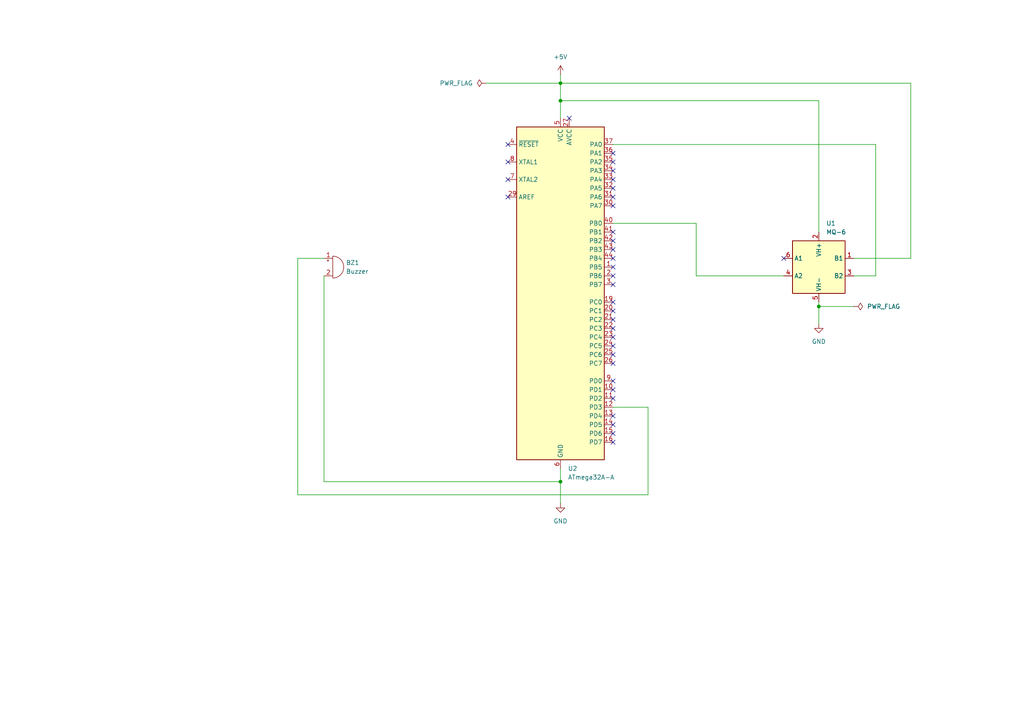
<source format=kicad_sch>
(kicad_sch
	(version 20250114)
	(generator "eeschema")
	(generator_version "9.0")
	(uuid "229c6be0-1cbe-4f78-8f5f-d31429f2cc5e")
	(paper "A4")
	(lib_symbols
		(symbol "Device:Buzzer"
			(pin_names
				(offset 0.0254)
				(hide yes)
			)
			(exclude_from_sim no)
			(in_bom yes)
			(on_board yes)
			(property "Reference" "BZ"
				(at 3.81 1.27 0)
				(effects
					(font
						(size 1.27 1.27)
					)
					(justify left)
				)
			)
			(property "Value" "Buzzer"
				(at 3.81 -1.27 0)
				(effects
					(font
						(size 1.27 1.27)
					)
					(justify left)
				)
			)
			(property "Footprint" ""
				(at -0.635 2.54 90)
				(effects
					(font
						(size 1.27 1.27)
					)
					(hide yes)
				)
			)
			(property "Datasheet" "~"
				(at -0.635 2.54 90)
				(effects
					(font
						(size 1.27 1.27)
					)
					(hide yes)
				)
			)
			(property "Description" "Buzzer, polarized"
				(at 0 0 0)
				(effects
					(font
						(size 1.27 1.27)
					)
					(hide yes)
				)
			)
			(property "ki_keywords" "quartz resonator ceramic"
				(at 0 0 0)
				(effects
					(font
						(size 1.27 1.27)
					)
					(hide yes)
				)
			)
			(property "ki_fp_filters" "*Buzzer*"
				(at 0 0 0)
				(effects
					(font
						(size 1.27 1.27)
					)
					(hide yes)
				)
			)
			(symbol "Buzzer_0_1"
				(polyline
					(pts
						(xy -1.651 1.905) (xy -1.143 1.905)
					)
					(stroke
						(width 0)
						(type default)
					)
					(fill
						(type none)
					)
				)
				(polyline
					(pts
						(xy -1.397 2.159) (xy -1.397 1.651)
					)
					(stroke
						(width 0)
						(type default)
					)
					(fill
						(type none)
					)
				)
				(arc
					(start 0 3.175)
					(mid 3.1612 0)
					(end 0 -3.175)
					(stroke
						(width 0)
						(type default)
					)
					(fill
						(type none)
					)
				)
				(polyline
					(pts
						(xy 0 3.175) (xy 0 -3.175)
					)
					(stroke
						(width 0)
						(type default)
					)
					(fill
						(type none)
					)
				)
			)
			(symbol "Buzzer_1_1"
				(pin passive line
					(at -2.54 2.54 0)
					(length 2.54)
					(name "+"
						(effects
							(font
								(size 1.27 1.27)
							)
						)
					)
					(number "1"
						(effects
							(font
								(size 1.27 1.27)
							)
						)
					)
				)
				(pin passive line
					(at -2.54 -2.54 0)
					(length 2.54)
					(name "-"
						(effects
							(font
								(size 1.27 1.27)
							)
						)
					)
					(number "2"
						(effects
							(font
								(size 1.27 1.27)
							)
						)
					)
				)
			)
			(embedded_fonts no)
		)
		(symbol "MCU_Microchip_ATmega:ATmega32A-A"
			(exclude_from_sim no)
			(in_bom yes)
			(on_board yes)
			(property "Reference" "U"
				(at -12.7 49.53 0)
				(effects
					(font
						(size 1.27 1.27)
					)
					(justify left bottom)
				)
			)
			(property "Value" "ATmega32A-A"
				(at 2.54 -49.53 0)
				(effects
					(font
						(size 1.27 1.27)
					)
					(justify left top)
				)
			)
			(property "Footprint" "Package_QFP:TQFP-44_10x10mm_P0.8mm"
				(at 0 0 0)
				(effects
					(font
						(size 1.27 1.27)
						(italic yes)
					)
					(hide yes)
				)
			)
			(property "Datasheet" "http://ww1.microchip.com/downloads/en/DeviceDoc/atmel-8155-8-bit-microcontroller-avr-atmega32a_datasheet.pdf"
				(at 0 0 0)
				(effects
					(font
						(size 1.27 1.27)
					)
					(hide yes)
				)
			)
			(property "Description" "16MHz, 32kB Flash, 2kB SRAM, 1kB EEPROM, JTAG, TQFP-44"
				(at 0 0 0)
				(effects
					(font
						(size 1.27 1.27)
					)
					(hide yes)
				)
			)
			(property "ki_keywords" "AVR 8bit Microcontroller MegaAVR"
				(at 0 0 0)
				(effects
					(font
						(size 1.27 1.27)
					)
					(hide yes)
				)
			)
			(property "ki_fp_filters" "TQFP*10x10mm*P0.8mm*"
				(at 0 0 0)
				(effects
					(font
						(size 1.27 1.27)
					)
					(hide yes)
				)
			)
			(symbol "ATmega32A-A_0_1"
				(rectangle
					(start -12.7 -48.26)
					(end 12.7 48.26)
					(stroke
						(width 0.254)
						(type default)
					)
					(fill
						(type background)
					)
				)
			)
			(symbol "ATmega32A-A_1_1"
				(pin input line
					(at -15.24 43.18 0)
					(length 2.54)
					(name "~{RESET}"
						(effects
							(font
								(size 1.27 1.27)
							)
						)
					)
					(number "4"
						(effects
							(font
								(size 1.27 1.27)
							)
						)
					)
				)
				(pin input line
					(at -15.24 38.1 0)
					(length 2.54)
					(name "XTAL1"
						(effects
							(font
								(size 1.27 1.27)
							)
						)
					)
					(number "8"
						(effects
							(font
								(size 1.27 1.27)
							)
						)
					)
				)
				(pin output line
					(at -15.24 33.02 0)
					(length 2.54)
					(name "XTAL2"
						(effects
							(font
								(size 1.27 1.27)
							)
						)
					)
					(number "7"
						(effects
							(font
								(size 1.27 1.27)
							)
						)
					)
				)
				(pin passive line
					(at -15.24 27.94 0)
					(length 2.54)
					(name "AREF"
						(effects
							(font
								(size 1.27 1.27)
							)
						)
					)
					(number "29"
						(effects
							(font
								(size 1.27 1.27)
							)
						)
					)
				)
				(pin passive line
					(at 0 50.8 270)
					(length 2.54)
					(hide yes)
					(name "VCC"
						(effects
							(font
								(size 1.27 1.27)
							)
						)
					)
					(number "17"
						(effects
							(font
								(size 1.27 1.27)
							)
						)
					)
				)
				(pin passive line
					(at 0 50.8 270)
					(length 2.54)
					(hide yes)
					(name "VCC"
						(effects
							(font
								(size 1.27 1.27)
							)
						)
					)
					(number "38"
						(effects
							(font
								(size 1.27 1.27)
							)
						)
					)
				)
				(pin power_in line
					(at 0 50.8 270)
					(length 2.54)
					(name "VCC"
						(effects
							(font
								(size 1.27 1.27)
							)
						)
					)
					(number "5"
						(effects
							(font
								(size 1.27 1.27)
							)
						)
					)
				)
				(pin passive line
					(at 0 -50.8 90)
					(length 2.54)
					(hide yes)
					(name "GND"
						(effects
							(font
								(size 1.27 1.27)
							)
						)
					)
					(number "18"
						(effects
							(font
								(size 1.27 1.27)
							)
						)
					)
				)
				(pin passive line
					(at 0 -50.8 90)
					(length 2.54)
					(hide yes)
					(name "GND"
						(effects
							(font
								(size 1.27 1.27)
							)
						)
					)
					(number "28"
						(effects
							(font
								(size 1.27 1.27)
							)
						)
					)
				)
				(pin passive line
					(at 0 -50.8 90)
					(length 2.54)
					(hide yes)
					(name "GND"
						(effects
							(font
								(size 1.27 1.27)
							)
						)
					)
					(number "39"
						(effects
							(font
								(size 1.27 1.27)
							)
						)
					)
				)
				(pin power_in line
					(at 0 -50.8 90)
					(length 2.54)
					(name "GND"
						(effects
							(font
								(size 1.27 1.27)
							)
						)
					)
					(number "6"
						(effects
							(font
								(size 1.27 1.27)
							)
						)
					)
				)
				(pin power_in line
					(at 2.54 50.8 270)
					(length 2.54)
					(name "AVCC"
						(effects
							(font
								(size 1.27 1.27)
							)
						)
					)
					(number "27"
						(effects
							(font
								(size 1.27 1.27)
							)
						)
					)
				)
				(pin bidirectional line
					(at 15.24 43.18 180)
					(length 2.54)
					(name "PA0"
						(effects
							(font
								(size 1.27 1.27)
							)
						)
					)
					(number "37"
						(effects
							(font
								(size 1.27 1.27)
							)
						)
					)
				)
				(pin bidirectional line
					(at 15.24 40.64 180)
					(length 2.54)
					(name "PA1"
						(effects
							(font
								(size 1.27 1.27)
							)
						)
					)
					(number "36"
						(effects
							(font
								(size 1.27 1.27)
							)
						)
					)
				)
				(pin bidirectional line
					(at 15.24 38.1 180)
					(length 2.54)
					(name "PA2"
						(effects
							(font
								(size 1.27 1.27)
							)
						)
					)
					(number "35"
						(effects
							(font
								(size 1.27 1.27)
							)
						)
					)
				)
				(pin bidirectional line
					(at 15.24 35.56 180)
					(length 2.54)
					(name "PA3"
						(effects
							(font
								(size 1.27 1.27)
							)
						)
					)
					(number "34"
						(effects
							(font
								(size 1.27 1.27)
							)
						)
					)
				)
				(pin bidirectional line
					(at 15.24 33.02 180)
					(length 2.54)
					(name "PA4"
						(effects
							(font
								(size 1.27 1.27)
							)
						)
					)
					(number "33"
						(effects
							(font
								(size 1.27 1.27)
							)
						)
					)
				)
				(pin bidirectional line
					(at 15.24 30.48 180)
					(length 2.54)
					(name "PA5"
						(effects
							(font
								(size 1.27 1.27)
							)
						)
					)
					(number "32"
						(effects
							(font
								(size 1.27 1.27)
							)
						)
					)
				)
				(pin bidirectional line
					(at 15.24 27.94 180)
					(length 2.54)
					(name "PA6"
						(effects
							(font
								(size 1.27 1.27)
							)
						)
					)
					(number "31"
						(effects
							(font
								(size 1.27 1.27)
							)
						)
					)
				)
				(pin bidirectional line
					(at 15.24 25.4 180)
					(length 2.54)
					(name "PA7"
						(effects
							(font
								(size 1.27 1.27)
							)
						)
					)
					(number "30"
						(effects
							(font
								(size 1.27 1.27)
							)
						)
					)
				)
				(pin bidirectional line
					(at 15.24 20.32 180)
					(length 2.54)
					(name "PB0"
						(effects
							(font
								(size 1.27 1.27)
							)
						)
					)
					(number "40"
						(effects
							(font
								(size 1.27 1.27)
							)
						)
					)
				)
				(pin bidirectional line
					(at 15.24 17.78 180)
					(length 2.54)
					(name "PB1"
						(effects
							(font
								(size 1.27 1.27)
							)
						)
					)
					(number "41"
						(effects
							(font
								(size 1.27 1.27)
							)
						)
					)
				)
				(pin bidirectional line
					(at 15.24 15.24 180)
					(length 2.54)
					(name "PB2"
						(effects
							(font
								(size 1.27 1.27)
							)
						)
					)
					(number "42"
						(effects
							(font
								(size 1.27 1.27)
							)
						)
					)
				)
				(pin bidirectional line
					(at 15.24 12.7 180)
					(length 2.54)
					(name "PB3"
						(effects
							(font
								(size 1.27 1.27)
							)
						)
					)
					(number "43"
						(effects
							(font
								(size 1.27 1.27)
							)
						)
					)
				)
				(pin bidirectional line
					(at 15.24 10.16 180)
					(length 2.54)
					(name "PB4"
						(effects
							(font
								(size 1.27 1.27)
							)
						)
					)
					(number "44"
						(effects
							(font
								(size 1.27 1.27)
							)
						)
					)
				)
				(pin bidirectional line
					(at 15.24 7.62 180)
					(length 2.54)
					(name "PB5"
						(effects
							(font
								(size 1.27 1.27)
							)
						)
					)
					(number "1"
						(effects
							(font
								(size 1.27 1.27)
							)
						)
					)
				)
				(pin bidirectional line
					(at 15.24 5.08 180)
					(length 2.54)
					(name "PB6"
						(effects
							(font
								(size 1.27 1.27)
							)
						)
					)
					(number "2"
						(effects
							(font
								(size 1.27 1.27)
							)
						)
					)
				)
				(pin bidirectional line
					(at 15.24 2.54 180)
					(length 2.54)
					(name "PB7"
						(effects
							(font
								(size 1.27 1.27)
							)
						)
					)
					(number "3"
						(effects
							(font
								(size 1.27 1.27)
							)
						)
					)
				)
				(pin bidirectional line
					(at 15.24 -2.54 180)
					(length 2.54)
					(name "PC0"
						(effects
							(font
								(size 1.27 1.27)
							)
						)
					)
					(number "19"
						(effects
							(font
								(size 1.27 1.27)
							)
						)
					)
				)
				(pin bidirectional line
					(at 15.24 -5.08 180)
					(length 2.54)
					(name "PC1"
						(effects
							(font
								(size 1.27 1.27)
							)
						)
					)
					(number "20"
						(effects
							(font
								(size 1.27 1.27)
							)
						)
					)
				)
				(pin bidirectional line
					(at 15.24 -7.62 180)
					(length 2.54)
					(name "PC2"
						(effects
							(font
								(size 1.27 1.27)
							)
						)
					)
					(number "21"
						(effects
							(font
								(size 1.27 1.27)
							)
						)
					)
				)
				(pin bidirectional line
					(at 15.24 -10.16 180)
					(length 2.54)
					(name "PC3"
						(effects
							(font
								(size 1.27 1.27)
							)
						)
					)
					(number "22"
						(effects
							(font
								(size 1.27 1.27)
							)
						)
					)
				)
				(pin bidirectional line
					(at 15.24 -12.7 180)
					(length 2.54)
					(name "PC4"
						(effects
							(font
								(size 1.27 1.27)
							)
						)
					)
					(number "23"
						(effects
							(font
								(size 1.27 1.27)
							)
						)
					)
				)
				(pin bidirectional line
					(at 15.24 -15.24 180)
					(length 2.54)
					(name "PC5"
						(effects
							(font
								(size 1.27 1.27)
							)
						)
					)
					(number "24"
						(effects
							(font
								(size 1.27 1.27)
							)
						)
					)
				)
				(pin bidirectional line
					(at 15.24 -17.78 180)
					(length 2.54)
					(name "PC6"
						(effects
							(font
								(size 1.27 1.27)
							)
						)
					)
					(number "25"
						(effects
							(font
								(size 1.27 1.27)
							)
						)
					)
				)
				(pin bidirectional line
					(at 15.24 -20.32 180)
					(length 2.54)
					(name "PC7"
						(effects
							(font
								(size 1.27 1.27)
							)
						)
					)
					(number "26"
						(effects
							(font
								(size 1.27 1.27)
							)
						)
					)
				)
				(pin bidirectional line
					(at 15.24 -25.4 180)
					(length 2.54)
					(name "PD0"
						(effects
							(font
								(size 1.27 1.27)
							)
						)
					)
					(number "9"
						(effects
							(font
								(size 1.27 1.27)
							)
						)
					)
				)
				(pin bidirectional line
					(at 15.24 -27.94 180)
					(length 2.54)
					(name "PD1"
						(effects
							(font
								(size 1.27 1.27)
							)
						)
					)
					(number "10"
						(effects
							(font
								(size 1.27 1.27)
							)
						)
					)
				)
				(pin bidirectional line
					(at 15.24 -30.48 180)
					(length 2.54)
					(name "PD2"
						(effects
							(font
								(size 1.27 1.27)
							)
						)
					)
					(number "11"
						(effects
							(font
								(size 1.27 1.27)
							)
						)
					)
				)
				(pin bidirectional line
					(at 15.24 -33.02 180)
					(length 2.54)
					(name "PD3"
						(effects
							(font
								(size 1.27 1.27)
							)
						)
					)
					(number "12"
						(effects
							(font
								(size 1.27 1.27)
							)
						)
					)
				)
				(pin bidirectional line
					(at 15.24 -35.56 180)
					(length 2.54)
					(name "PD4"
						(effects
							(font
								(size 1.27 1.27)
							)
						)
					)
					(number "13"
						(effects
							(font
								(size 1.27 1.27)
							)
						)
					)
				)
				(pin bidirectional line
					(at 15.24 -38.1 180)
					(length 2.54)
					(name "PD5"
						(effects
							(font
								(size 1.27 1.27)
							)
						)
					)
					(number "14"
						(effects
							(font
								(size 1.27 1.27)
							)
						)
					)
				)
				(pin bidirectional line
					(at 15.24 -40.64 180)
					(length 2.54)
					(name "PD6"
						(effects
							(font
								(size 1.27 1.27)
							)
						)
					)
					(number "15"
						(effects
							(font
								(size 1.27 1.27)
							)
						)
					)
				)
				(pin bidirectional line
					(at 15.24 -43.18 180)
					(length 2.54)
					(name "PD7"
						(effects
							(font
								(size 1.27 1.27)
							)
						)
					)
					(number "16"
						(effects
							(font
								(size 1.27 1.27)
							)
						)
					)
				)
			)
			(embedded_fonts no)
		)
		(symbol "Sensor_Gas:MQ-6"
			(exclude_from_sim no)
			(in_bom yes)
			(on_board yes)
			(property "Reference" "U"
				(at -6.35 8.89 0)
				(effects
					(font
						(size 1.27 1.27)
					)
				)
			)
			(property "Value" "MQ-6"
				(at 3.81 8.89 0)
				(effects
					(font
						(size 1.27 1.27)
					)
				)
			)
			(property "Footprint" "Sensor:MQ-6"
				(at 1.27 -11.43 0)
				(effects
					(font
						(size 1.27 1.27)
					)
					(hide yes)
				)
			)
			(property "Datasheet" "https://www.winsen-sensor.com/d/files/semiconductor/mq-6.pdf"
				(at 0 6.35 0)
				(effects
					(font
						(size 1.27 1.27)
					)
					(hide yes)
				)
			)
			(property "Description" "Semiconductor Sensor for Flammable Gas"
				(at 0 0 0)
				(effects
					(font
						(size 1.27 1.27)
					)
					(hide yes)
				)
			)
			(property "ki_keywords" "flammable gas sensor LPG"
				(at 0 0 0)
				(effects
					(font
						(size 1.27 1.27)
					)
					(hide yes)
				)
			)
			(property "ki_fp_filters" "*MQ*6*"
				(at 0 0 0)
				(effects
					(font
						(size 1.27 1.27)
					)
					(hide yes)
				)
			)
			(symbol "MQ-6_0_1"
				(rectangle
					(start -7.62 7.62)
					(end 7.62 -7.62)
					(stroke
						(width 0.254)
						(type default)
					)
					(fill
						(type background)
					)
				)
			)
			(symbol "MQ-6_1_1"
				(pin passive line
					(at -10.16 2.54 0)
					(length 2.54)
					(name "A1"
						(effects
							(font
								(size 1.27 1.27)
							)
						)
					)
					(number "6"
						(effects
							(font
								(size 1.27 1.27)
							)
						)
					)
				)
				(pin passive line
					(at -10.16 -2.54 0)
					(length 2.54)
					(name "A2"
						(effects
							(font
								(size 1.27 1.27)
							)
						)
					)
					(number "4"
						(effects
							(font
								(size 1.27 1.27)
							)
						)
					)
				)
				(pin power_in line
					(at 0 10.16 270)
					(length 2.54)
					(name "VH+"
						(effects
							(font
								(size 1.27 1.27)
							)
						)
					)
					(number "2"
						(effects
							(font
								(size 1.27 1.27)
							)
						)
					)
				)
				(pin power_in line
					(at 0 -10.16 90)
					(length 2.54)
					(name "VH-"
						(effects
							(font
								(size 1.27 1.27)
							)
						)
					)
					(number "5"
						(effects
							(font
								(size 1.27 1.27)
							)
						)
					)
				)
				(pin passive line
					(at 10.16 2.54 180)
					(length 2.54)
					(name "B1"
						(effects
							(font
								(size 1.27 1.27)
							)
						)
					)
					(number "1"
						(effects
							(font
								(size 1.27 1.27)
							)
						)
					)
				)
				(pin passive line
					(at 10.16 -2.54 180)
					(length 2.54)
					(name "B2"
						(effects
							(font
								(size 1.27 1.27)
							)
						)
					)
					(number "3"
						(effects
							(font
								(size 1.27 1.27)
							)
						)
					)
				)
			)
			(embedded_fonts no)
		)
		(symbol "power:+5V"
			(power)
			(pin_numbers
				(hide yes)
			)
			(pin_names
				(offset 0)
				(hide yes)
			)
			(exclude_from_sim no)
			(in_bom yes)
			(on_board yes)
			(property "Reference" "#PWR"
				(at 0 -3.81 0)
				(effects
					(font
						(size 1.27 1.27)
					)
					(hide yes)
				)
			)
			(property "Value" "+5V"
				(at 0 3.556 0)
				(effects
					(font
						(size 1.27 1.27)
					)
				)
			)
			(property "Footprint" ""
				(at 0 0 0)
				(effects
					(font
						(size 1.27 1.27)
					)
					(hide yes)
				)
			)
			(property "Datasheet" ""
				(at 0 0 0)
				(effects
					(font
						(size 1.27 1.27)
					)
					(hide yes)
				)
			)
			(property "Description" "Power symbol creates a global label with name \"+5V\""
				(at 0 0 0)
				(effects
					(font
						(size 1.27 1.27)
					)
					(hide yes)
				)
			)
			(property "ki_keywords" "global power"
				(at 0 0 0)
				(effects
					(font
						(size 1.27 1.27)
					)
					(hide yes)
				)
			)
			(symbol "+5V_0_1"
				(polyline
					(pts
						(xy -0.762 1.27) (xy 0 2.54)
					)
					(stroke
						(width 0)
						(type default)
					)
					(fill
						(type none)
					)
				)
				(polyline
					(pts
						(xy 0 2.54) (xy 0.762 1.27)
					)
					(stroke
						(width 0)
						(type default)
					)
					(fill
						(type none)
					)
				)
				(polyline
					(pts
						(xy 0 0) (xy 0 2.54)
					)
					(stroke
						(width 0)
						(type default)
					)
					(fill
						(type none)
					)
				)
			)
			(symbol "+5V_1_1"
				(pin power_in line
					(at 0 0 90)
					(length 0)
					(name "~"
						(effects
							(font
								(size 1.27 1.27)
							)
						)
					)
					(number "1"
						(effects
							(font
								(size 1.27 1.27)
							)
						)
					)
				)
			)
			(embedded_fonts no)
		)
		(symbol "power:GND"
			(power)
			(pin_numbers
				(hide yes)
			)
			(pin_names
				(offset 0)
				(hide yes)
			)
			(exclude_from_sim no)
			(in_bom yes)
			(on_board yes)
			(property "Reference" "#PWR"
				(at 0 -6.35 0)
				(effects
					(font
						(size 1.27 1.27)
					)
					(hide yes)
				)
			)
			(property "Value" "GND"
				(at 0 -3.81 0)
				(effects
					(font
						(size 1.27 1.27)
					)
				)
			)
			(property "Footprint" ""
				(at 0 0 0)
				(effects
					(font
						(size 1.27 1.27)
					)
					(hide yes)
				)
			)
			(property "Datasheet" ""
				(at 0 0 0)
				(effects
					(font
						(size 1.27 1.27)
					)
					(hide yes)
				)
			)
			(property "Description" "Power symbol creates a global label with name \"GND\" , ground"
				(at 0 0 0)
				(effects
					(font
						(size 1.27 1.27)
					)
					(hide yes)
				)
			)
			(property "ki_keywords" "global power"
				(at 0 0 0)
				(effects
					(font
						(size 1.27 1.27)
					)
					(hide yes)
				)
			)
			(symbol "GND_0_1"
				(polyline
					(pts
						(xy 0 0) (xy 0 -1.27) (xy 1.27 -1.27) (xy 0 -2.54) (xy -1.27 -1.27) (xy 0 -1.27)
					)
					(stroke
						(width 0)
						(type default)
					)
					(fill
						(type none)
					)
				)
			)
			(symbol "GND_1_1"
				(pin power_in line
					(at 0 0 270)
					(length 0)
					(name "~"
						(effects
							(font
								(size 1.27 1.27)
							)
						)
					)
					(number "1"
						(effects
							(font
								(size 1.27 1.27)
							)
						)
					)
				)
			)
			(embedded_fonts no)
		)
		(symbol "power:PWR_FLAG"
			(power)
			(pin_numbers
				(hide yes)
			)
			(pin_names
				(offset 0)
				(hide yes)
			)
			(exclude_from_sim no)
			(in_bom yes)
			(on_board yes)
			(property "Reference" "#FLG"
				(at 0 1.905 0)
				(effects
					(font
						(size 1.27 1.27)
					)
					(hide yes)
				)
			)
			(property "Value" "PWR_FLAG"
				(at 0 3.81 0)
				(effects
					(font
						(size 1.27 1.27)
					)
				)
			)
			(property "Footprint" ""
				(at 0 0 0)
				(effects
					(font
						(size 1.27 1.27)
					)
					(hide yes)
				)
			)
			(property "Datasheet" "~"
				(at 0 0 0)
				(effects
					(font
						(size 1.27 1.27)
					)
					(hide yes)
				)
			)
			(property "Description" "Special symbol for telling ERC where power comes from"
				(at 0 0 0)
				(effects
					(font
						(size 1.27 1.27)
					)
					(hide yes)
				)
			)
			(property "ki_keywords" "flag power"
				(at 0 0 0)
				(effects
					(font
						(size 1.27 1.27)
					)
					(hide yes)
				)
			)
			(symbol "PWR_FLAG_0_0"
				(pin power_out line
					(at 0 0 90)
					(length 0)
					(name "~"
						(effects
							(font
								(size 1.27 1.27)
							)
						)
					)
					(number "1"
						(effects
							(font
								(size 1.27 1.27)
							)
						)
					)
				)
			)
			(symbol "PWR_FLAG_0_1"
				(polyline
					(pts
						(xy 0 0) (xy 0 1.27) (xy -1.016 1.905) (xy 0 2.54) (xy 1.016 1.905) (xy 0 1.27)
					)
					(stroke
						(width 0)
						(type default)
					)
					(fill
						(type none)
					)
				)
			)
			(embedded_fonts no)
		)
	)
	(junction
		(at 162.56 29.21)
		(diameter 0)
		(color 0 0 0 0)
		(uuid "0cac4fd8-e871-412a-894e-788415cdca14")
	)
	(junction
		(at 162.56 24.13)
		(diameter 0)
		(color 0 0 0 0)
		(uuid "558a2e89-c9f7-4c99-a451-dd55ee4252d5")
	)
	(junction
		(at 237.49 88.9)
		(diameter 0)
		(color 0 0 0 0)
		(uuid "d018f6ff-b6db-471e-9d16-7e1456fd3168")
	)
	(junction
		(at 162.56 139.7)
		(diameter 0)
		(color 0 0 0 0)
		(uuid "dfc1121f-8a2d-452f-b9ed-4c26d5c0e44d")
	)
	(no_connect
		(at 177.8 95.25)
		(uuid "04e6aa83-5014-4ae3-b97b-67468c50707c")
	)
	(no_connect
		(at 177.8 105.41)
		(uuid "0a1bc00e-80a0-4223-9d1c-66635e778ddc")
	)
	(no_connect
		(at 177.8 80.01)
		(uuid "117d4a56-4a44-4509-9467-05eb1be41760")
	)
	(no_connect
		(at 177.8 82.55)
		(uuid "1d91e415-34f1-4251-b051-beb06de8178c")
	)
	(no_connect
		(at 177.8 46.99)
		(uuid "1ee65378-fdf4-4494-a6b9-7ec234ee37f7")
	)
	(no_connect
		(at 177.8 102.87)
		(uuid "22540752-4872-48a8-9075-f808b9b86dee")
	)
	(no_connect
		(at 177.8 74.93)
		(uuid "2b14b4cb-c19e-4bd9-a7db-af1883d658f5")
	)
	(no_connect
		(at 177.8 49.53)
		(uuid "2feeece7-c5a5-46ba-b1d8-266e22feac23")
	)
	(no_connect
		(at 165.1 34.29)
		(uuid "304e0050-a359-4569-80ab-4d33651aef27")
	)
	(no_connect
		(at 227.33 74.93)
		(uuid "31e51646-9adb-4990-96f2-b76d174e85c7")
	)
	(no_connect
		(at 177.8 67.31)
		(uuid "352ce2a2-cc13-46bc-9813-d3bfbe18d874")
	)
	(no_connect
		(at 177.8 97.79)
		(uuid "4618fa0f-d4d3-4e46-8a2c-eb04308bdc25")
	)
	(no_connect
		(at 147.32 46.99)
		(uuid "4c6dfd39-0fc8-447f-8968-f09d2ae4a8e8")
	)
	(no_connect
		(at 177.8 110.49)
		(uuid "56832a91-ecb3-4bc8-bdb5-394ba34515f1")
	)
	(no_connect
		(at 177.8 44.45)
		(uuid "62a76782-afa5-4449-9a20-8b7848c436e8")
	)
	(no_connect
		(at 177.8 123.19)
		(uuid "6a3e03c6-7acb-4447-be5c-e7e4f6b5387c")
	)
	(no_connect
		(at 177.8 59.69)
		(uuid "735d2f72-d046-49e2-88a5-932cb5150599")
	)
	(no_connect
		(at 147.32 57.15)
		(uuid "7520cfa0-f4a4-48cb-a875-d2f102f0b138")
	)
	(no_connect
		(at 177.8 69.85)
		(uuid "7a3ce806-cbb2-4670-a7d5-95976d6e5ab0")
	)
	(no_connect
		(at 177.8 128.27)
		(uuid "7c6feb60-f975-4a6a-bc90-b4116f4e21df")
	)
	(no_connect
		(at 177.8 113.03)
		(uuid "843b7e80-9afa-4ff3-a799-3a7cccc5db0e")
	)
	(no_connect
		(at 177.8 125.73)
		(uuid "8a96bad1-61fe-4bda-8b3c-4df058bf24a9")
	)
	(no_connect
		(at 177.8 57.15)
		(uuid "8c7525c2-1b80-4a8e-a079-15c80c93e396")
	)
	(no_connect
		(at 177.8 77.47)
		(uuid "8fb1aecd-1c04-4875-bebf-bbd18d925bb6")
	)
	(no_connect
		(at 177.8 115.57)
		(uuid "92e84298-5d3f-4bbc-acf9-999ff9f5d5cc")
	)
	(no_connect
		(at 177.8 92.71)
		(uuid "98651c4f-7488-4135-ba54-012cad11a782")
	)
	(no_connect
		(at 177.8 52.07)
		(uuid "a0a9eaad-df56-47f7-a45b-de0312f428ec")
	)
	(no_connect
		(at 177.8 120.65)
		(uuid "a229719e-06e6-4ecb-8819-d61fa09200af")
	)
	(no_connect
		(at 177.8 90.17)
		(uuid "a44133b6-0d67-4af9-b621-e6e4f4748f99")
	)
	(no_connect
		(at 147.32 52.07)
		(uuid "c11e9710-c01e-4631-805f-8a13798bc1f6")
	)
	(no_connect
		(at 177.8 87.63)
		(uuid "ce6cac42-615d-489e-84a9-ff8d50284715")
	)
	(no_connect
		(at 177.8 72.39)
		(uuid "e010f576-1f61-4fb0-8421-485fe22d42d7")
	)
	(no_connect
		(at 177.8 100.33)
		(uuid "e19add02-f24c-429f-a397-3d960595c701")
	)
	(no_connect
		(at 147.32 41.91)
		(uuid "f110fe03-1946-4eca-80e9-89e485b578c5")
	)
	(no_connect
		(at 177.8 54.61)
		(uuid "f25ff3f7-94e0-46e5-acb5-4576266cafa7")
	)
	(wire
		(pts
			(xy 162.56 21.59) (xy 162.56 24.13)
		)
		(stroke
			(width 0)
			(type default)
		)
		(uuid "0a851671-9be6-45c6-b92d-58b8174ce7e4")
	)
	(wire
		(pts
			(xy 162.56 139.7) (xy 162.56 146.05)
		)
		(stroke
			(width 0)
			(type default)
		)
		(uuid "12835169-990c-4872-b93b-cedaf4cbdac7")
	)
	(wire
		(pts
			(xy 93.98 139.7) (xy 162.56 139.7)
		)
		(stroke
			(width 0)
			(type default)
		)
		(uuid "19a08ec7-3805-491b-a246-faa4c4eb804a")
	)
	(wire
		(pts
			(xy 162.56 29.21) (xy 162.56 34.29)
		)
		(stroke
			(width 0)
			(type default)
		)
		(uuid "1ae0c4e2-a61b-4333-8529-a2b855629bc9")
	)
	(wire
		(pts
			(xy 247.65 80.01) (xy 254 80.01)
		)
		(stroke
			(width 0)
			(type default)
		)
		(uuid "1e35054c-d532-4624-80e0-7e9708c1ab54")
	)
	(wire
		(pts
			(xy 86.36 74.93) (xy 86.36 143.51)
		)
		(stroke
			(width 0)
			(type default)
		)
		(uuid "2cec178d-b95a-498c-8739-2dde12d055c2")
	)
	(wire
		(pts
			(xy 140.97 24.13) (xy 162.56 24.13)
		)
		(stroke
			(width 0)
			(type default)
		)
		(uuid "2fd76eff-afc4-44ca-8553-f944582218d7")
	)
	(wire
		(pts
			(xy 162.56 135.89) (xy 162.56 139.7)
		)
		(stroke
			(width 0)
			(type default)
		)
		(uuid "35293e38-b4eb-43cf-9b69-2eab12b7664b")
	)
	(wire
		(pts
			(xy 93.98 74.93) (xy 86.36 74.93)
		)
		(stroke
			(width 0)
			(type default)
		)
		(uuid "3a1fd9a5-ede6-417d-a9f8-0bd1c929101d")
	)
	(wire
		(pts
			(xy 237.49 87.63) (xy 237.49 88.9)
		)
		(stroke
			(width 0)
			(type default)
		)
		(uuid "4ca303a9-09cc-41ed-8f48-1979295e3b16")
	)
	(wire
		(pts
			(xy 264.16 74.93) (xy 264.16 24.13)
		)
		(stroke
			(width 0)
			(type default)
		)
		(uuid "5c941543-5cb4-4bd3-b351-a16062a0f262")
	)
	(wire
		(pts
			(xy 254 80.01) (xy 254 41.91)
		)
		(stroke
			(width 0)
			(type default)
		)
		(uuid "6e6cc165-2196-4762-a70b-b18710515251")
	)
	(wire
		(pts
			(xy 237.49 67.31) (xy 237.49 29.21)
		)
		(stroke
			(width 0)
			(type default)
		)
		(uuid "7aa5b5f1-d399-4636-a836-80c43a33fc8e")
	)
	(wire
		(pts
			(xy 86.36 143.51) (xy 187.96 143.51)
		)
		(stroke
			(width 0)
			(type default)
		)
		(uuid "7b861e3f-6acd-4b94-ae13-11f87fac04b0")
	)
	(wire
		(pts
			(xy 93.98 80.01) (xy 93.98 139.7)
		)
		(stroke
			(width 0)
			(type default)
		)
		(uuid "87a75b25-8e5d-4b91-813e-9acef05b9fe9")
	)
	(wire
		(pts
			(xy 201.93 64.77) (xy 177.8 64.77)
		)
		(stroke
			(width 0)
			(type default)
		)
		(uuid "87bcccd2-f1a9-4507-bb27-d05b15474b4a")
	)
	(wire
		(pts
			(xy 237.49 88.9) (xy 247.65 88.9)
		)
		(stroke
			(width 0)
			(type default)
		)
		(uuid "a2b3a35f-5e51-4879-971d-e79dea301fdb")
	)
	(wire
		(pts
			(xy 237.49 29.21) (xy 162.56 29.21)
		)
		(stroke
			(width 0)
			(type default)
		)
		(uuid "a5ada21d-8444-4b65-b926-e22dd177e86d")
	)
	(wire
		(pts
			(xy 264.16 24.13) (xy 162.56 24.13)
		)
		(stroke
			(width 0)
			(type default)
		)
		(uuid "b24258f5-6024-4479-8254-8934da2b86f4")
	)
	(wire
		(pts
			(xy 247.65 74.93) (xy 264.16 74.93)
		)
		(stroke
			(width 0)
			(type default)
		)
		(uuid "b8ad583f-b61a-4bdd-a8a4-32d3438fc837")
	)
	(wire
		(pts
			(xy 254 41.91) (xy 177.8 41.91)
		)
		(stroke
			(width 0)
			(type default)
		)
		(uuid "b8d9419f-9504-4d36-9e9f-dbde3f60fd7a")
	)
	(wire
		(pts
			(xy 187.96 143.51) (xy 187.96 118.11)
		)
		(stroke
			(width 0)
			(type default)
		)
		(uuid "d7374a21-21be-4a6f-81da-9f3710872d13")
	)
	(wire
		(pts
			(xy 237.49 88.9) (xy 237.49 93.98)
		)
		(stroke
			(width 0)
			(type default)
		)
		(uuid "d7957eff-455f-47e5-b3ce-44398033efc4")
	)
	(wire
		(pts
			(xy 201.93 80.01) (xy 201.93 64.77)
		)
		(stroke
			(width 0)
			(type default)
		)
		(uuid "e10b02ae-a103-4699-b317-cf5de12035c2")
	)
	(wire
		(pts
			(xy 227.33 80.01) (xy 201.93 80.01)
		)
		(stroke
			(width 0)
			(type default)
		)
		(uuid "e711fee7-cb5a-4dff-8ff7-aff66f915ce4")
	)
	(wire
		(pts
			(xy 187.96 118.11) (xy 177.8 118.11)
		)
		(stroke
			(width 0)
			(type default)
		)
		(uuid "ecdc5be2-af44-4c68-a404-421316ae609a")
	)
	(wire
		(pts
			(xy 162.56 24.13) (xy 162.56 29.21)
		)
		(stroke
			(width 0)
			(type default)
		)
		(uuid "fa139223-9bdf-467e-92be-7f0b208840c0")
	)
	(symbol
		(lib_id "Sensor_Gas:MQ-6")
		(at 237.49 77.47 0)
		(unit 1)
		(exclude_from_sim no)
		(in_bom yes)
		(on_board yes)
		(dnp no)
		(fields_autoplaced yes)
		(uuid "02d07d5d-b9c6-4f77-bd81-c00aed202450")
		(property "Reference" "U1"
			(at 239.6333 64.77 0)
			(effects
				(font
					(size 1.27 1.27)
				)
				(justify left)
			)
		)
		(property "Value" "MQ-6"
			(at 239.6333 67.31 0)
			(effects
				(font
					(size 1.27 1.27)
				)
				(justify left)
			)
		)
		(property "Footprint" "Sensor:MQ-6"
			(at 238.76 88.9 0)
			(effects
				(font
					(size 1.27 1.27)
				)
				(hide yes)
			)
		)
		(property "Datasheet" "https://www.winsen-sensor.com/d/files/semiconductor/mq-6.pdf"
			(at 237.49 71.12 0)
			(effects
				(font
					(size 1.27 1.27)
				)
				(hide yes)
			)
		)
		(property "Description" "Semiconductor Sensor for Flammable Gas"
			(at 237.49 77.47 0)
			(effects
				(font
					(size 1.27 1.27)
				)
				(hide yes)
			)
		)
		(pin "6"
			(uuid "48b6eb3d-5109-4b97-9cd9-2cabb99d46b4")
		)
		(pin "4"
			(uuid "12ec69e7-b679-4848-bf45-08e9e249ae72")
		)
		(pin "2"
			(uuid "7fd7c96e-d28f-41f4-8f78-2f9b888a34b3")
		)
		(pin "5"
			(uuid "0aa3f460-5602-4b41-9379-1485ec62cc0f")
		)
		(pin "1"
			(uuid "493f7b9f-0c87-4f60-ac8d-d26de8fed7d5")
		)
		(pin "3"
			(uuid "bcef25a2-dd8e-40f1-8c7b-98dad422662b")
		)
		(instances
			(project ""
				(path "/229c6be0-1cbe-4f78-8f5f-d31429f2cc5e"
					(reference "U1")
					(unit 1)
				)
			)
		)
	)
	(symbol
		(lib_id "MCU_Microchip_ATmega:ATmega32A-A")
		(at 162.56 85.09 0)
		(unit 1)
		(exclude_from_sim no)
		(in_bom yes)
		(on_board yes)
		(dnp no)
		(fields_autoplaced yes)
		(uuid "29cf07b6-55c8-40a4-b14e-05dd36ac7b66")
		(property "Reference" "U2"
			(at 164.7033 135.89 0)
			(effects
				(font
					(size 1.27 1.27)
				)
				(justify left)
			)
		)
		(property "Value" "ATmega32A-A"
			(at 164.7033 138.43 0)
			(effects
				(font
					(size 1.27 1.27)
				)
				(justify left)
			)
		)
		(property "Footprint" "Package_QFP:TQFP-44_10x10mm_P0.8mm"
			(at 162.56 85.09 0)
			(effects
				(font
					(size 1.27 1.27)
					(italic yes)
				)
				(hide yes)
			)
		)
		(property "Datasheet" "http://ww1.microchip.com/downloads/en/DeviceDoc/atmel-8155-8-bit-microcontroller-avr-atmega32a_datasheet.pdf"
			(at 162.56 85.09 0)
			(effects
				(font
					(size 1.27 1.27)
				)
				(hide yes)
			)
		)
		(property "Description" "16MHz, 32kB Flash, 2kB SRAM, 1kB EEPROM, JTAG, TQFP-44"
			(at 162.56 85.09 0)
			(effects
				(font
					(size 1.27 1.27)
				)
				(hide yes)
			)
		)
		(pin "5"
			(uuid "7de4bcb2-9108-4696-9f66-b4e011471ca8")
		)
		(pin "44"
			(uuid "f2f50646-5d93-49a0-b404-82226646d697")
		)
		(pin "7"
			(uuid "394394a2-7b42-4378-9e89-aed13f5fa953")
		)
		(pin "21"
			(uuid "5dc84c9e-c575-4a90-bc06-b522a7b7ce24")
		)
		(pin "18"
			(uuid "920e7122-3395-4222-b568-ef28a10f5f9c")
		)
		(pin "39"
			(uuid "31a9b677-2494-4905-add9-e92a276d62aa")
		)
		(pin "9"
			(uuid "b33d17f1-fbd1-4174-803a-61527bae566f")
		)
		(pin "22"
			(uuid "80129c6c-da92-416f-8bd0-8f0455d90f98")
		)
		(pin "25"
			(uuid "f203dd85-9196-4ab6-a762-bf18ec04fbfb")
		)
		(pin "27"
			(uuid "561ddc09-1e6a-42c5-9de1-ab19bd1759a1")
		)
		(pin "24"
			(uuid "d4ddfb2a-3019-43cc-a47a-f9bf2ec2e00b")
		)
		(pin "15"
			(uuid "4f45ea2b-b124-4d26-a7bf-5a6a06038b0d")
		)
		(pin "38"
			(uuid "0e4df013-8580-460b-bedb-e7018f88aceb")
		)
		(pin "1"
			(uuid "ad13574f-74a3-44fc-88aa-20ae408d2908")
		)
		(pin "6"
			(uuid "20d7742c-b930-49d8-a410-bc6af6e1f936")
		)
		(pin "42"
			(uuid "75e89211-8069-4279-9aff-15ebbc1593e0")
		)
		(pin "4"
			(uuid "58208a3d-17c2-4d95-9ec7-c910fa31a04c")
		)
		(pin "30"
			(uuid "98ccb075-2765-4f41-98c6-1b210bdd6c79")
		)
		(pin "32"
			(uuid "22678465-c74f-482b-b6b9-a3d0900766d7")
		)
		(pin "19"
			(uuid "88c67754-3a67-4613-a6f8-12cb10ae273d")
		)
		(pin "26"
			(uuid "8c89bdc4-aff9-489b-9e62-2dd3af0fe522")
		)
		(pin "10"
			(uuid "54e2d9ee-405f-4b77-bcdd-afe866c07fd2")
		)
		(pin "31"
			(uuid "124e4474-51ff-49b1-ae4d-883fcd03baec")
		)
		(pin "11"
			(uuid "305a858d-10e5-43d3-a55f-3bbe5390b8c5")
		)
		(pin "12"
			(uuid "fdbac470-1924-4db4-8f25-3dda941d8ba4")
		)
		(pin "40"
			(uuid "b9ba454d-245b-425a-9cdd-37a65fbe5452")
		)
		(pin "23"
			(uuid "85588ad2-88d4-4b63-8144-1595141981da")
		)
		(pin "36"
			(uuid "3262711c-e044-40f3-be8f-1b219c5c6ec1")
		)
		(pin "8"
			(uuid "93e3fade-b9b8-4ba5-9224-48449d3061f4")
		)
		(pin "34"
			(uuid "9bdcb0f1-0612-4935-a31e-a4f0bfdad2ba")
		)
		(pin "35"
			(uuid "85ff2e53-beff-4e26-9fd0-a09a282a4028")
		)
		(pin "41"
			(uuid "2aecadde-a401-4eb2-8b62-ae918048defc")
		)
		(pin "17"
			(uuid "e510b534-729d-4c7f-a87d-44d0d1583943")
		)
		(pin "2"
			(uuid "cf8e2dca-4aad-4b97-92bd-63ff8d041a6a")
		)
		(pin "20"
			(uuid "87f9de74-fdfd-4c27-88a6-282186d6f575")
		)
		(pin "37"
			(uuid "ffa11055-f71c-4f4e-9b62-6bbe4c0f97bc")
		)
		(pin "13"
			(uuid "e934b48c-b78f-493f-b223-5745761ea00d")
		)
		(pin "43"
			(uuid "5b9b1cd6-07f2-4d0c-aac7-cb9d430b98a3")
		)
		(pin "33"
			(uuid "644a5f7d-5682-48f7-9f9a-7460c1561efc")
		)
		(pin "14"
			(uuid "23328c26-4dea-489e-a399-4882163066fb")
		)
		(pin "16"
			(uuid "700fd2b8-3d7a-4dc3-834b-214a07b1efe1")
		)
		(pin "28"
			(uuid "0611310c-4198-4d63-ac07-6c085104b187")
		)
		(pin "3"
			(uuid "2932971c-afe0-4650-a9a9-56555bfe11e4")
		)
		(pin "29"
			(uuid "4bb69cd5-1540-44e5-8163-c76f108832cc")
		)
		(instances
			(project ""
				(path "/229c6be0-1cbe-4f78-8f5f-d31429f2cc5e"
					(reference "U2")
					(unit 1)
				)
			)
		)
	)
	(symbol
		(lib_id "power:GND")
		(at 237.49 93.98 0)
		(unit 1)
		(exclude_from_sim no)
		(in_bom yes)
		(on_board yes)
		(dnp no)
		(fields_autoplaced yes)
		(uuid "47225855-8a79-4105-912c-a1316dd5bdfc")
		(property "Reference" "#PWR01"
			(at 237.49 100.33 0)
			(effects
				(font
					(size 1.27 1.27)
				)
				(hide yes)
			)
		)
		(property "Value" "GND"
			(at 237.49 99.06 0)
			(effects
				(font
					(size 1.27 1.27)
				)
			)
		)
		(property "Footprint" ""
			(at 237.49 93.98 0)
			(effects
				(font
					(size 1.27 1.27)
				)
				(hide yes)
			)
		)
		(property "Datasheet" ""
			(at 237.49 93.98 0)
			(effects
				(font
					(size 1.27 1.27)
				)
				(hide yes)
			)
		)
		(property "Description" "Power symbol creates a global label with name \"GND\" , ground"
			(at 237.49 93.98 0)
			(effects
				(font
					(size 1.27 1.27)
				)
				(hide yes)
			)
		)
		(pin "1"
			(uuid "010f8612-61da-4a53-932a-a486ec788d48")
		)
		(instances
			(project ""
				(path "/229c6be0-1cbe-4f78-8f5f-d31429f2cc5e"
					(reference "#PWR01")
					(unit 1)
				)
			)
		)
	)
	(symbol
		(lib_id "power:PWR_FLAG")
		(at 140.97 24.13 90)
		(unit 1)
		(exclude_from_sim no)
		(in_bom yes)
		(on_board yes)
		(dnp no)
		(fields_autoplaced yes)
		(uuid "54804924-eb2b-4e46-85ac-52fbc0153618")
		(property "Reference" "#FLG01"
			(at 139.065 24.13 0)
			(effects
				(font
					(size 1.27 1.27)
				)
				(hide yes)
			)
		)
		(property "Value" "PWR_FLAG"
			(at 137.16 24.1299 90)
			(effects
				(font
					(size 1.27 1.27)
				)
				(justify left)
			)
		)
		(property "Footprint" ""
			(at 140.97 24.13 0)
			(effects
				(font
					(size 1.27 1.27)
				)
				(hide yes)
			)
		)
		(property "Datasheet" "~"
			(at 140.97 24.13 0)
			(effects
				(font
					(size 1.27 1.27)
				)
				(hide yes)
			)
		)
		(property "Description" "Special symbol for telling ERC where power comes from"
			(at 140.97 24.13 0)
			(effects
				(font
					(size 1.27 1.27)
				)
				(hide yes)
			)
		)
		(pin "1"
			(uuid "25440266-7080-44d1-8813-204d7b1db78f")
		)
		(instances
			(project ""
				(path "/229c6be0-1cbe-4f78-8f5f-d31429f2cc5e"
					(reference "#FLG01")
					(unit 1)
				)
			)
		)
	)
	(symbol
		(lib_id "power:+5V")
		(at 162.56 21.59 0)
		(unit 1)
		(exclude_from_sim no)
		(in_bom yes)
		(on_board yes)
		(dnp no)
		(fields_autoplaced yes)
		(uuid "5ca31524-0bbc-4fee-a66d-bca971da8a2c")
		(property "Reference" "#PWR02"
			(at 162.56 25.4 0)
			(effects
				(font
					(size 1.27 1.27)
				)
				(hide yes)
			)
		)
		(property "Value" "+5V"
			(at 162.56 16.51 0)
			(effects
				(font
					(size 1.27 1.27)
				)
			)
		)
		(property "Footprint" ""
			(at 162.56 21.59 0)
			(effects
				(font
					(size 1.27 1.27)
				)
				(hide yes)
			)
		)
		(property "Datasheet" ""
			(at 162.56 21.59 0)
			(effects
				(font
					(size 1.27 1.27)
				)
				(hide yes)
			)
		)
		(property "Description" "Power symbol creates a global label with name \"+5V\""
			(at 162.56 21.59 0)
			(effects
				(font
					(size 1.27 1.27)
				)
				(hide yes)
			)
		)
		(pin "1"
			(uuid "ca3e3376-e68f-439f-996c-5eecee9a8df2")
		)
		(instances
			(project ""
				(path "/229c6be0-1cbe-4f78-8f5f-d31429f2cc5e"
					(reference "#PWR02")
					(unit 1)
				)
			)
		)
	)
	(symbol
		(lib_id "Device:Buzzer")
		(at 96.52 77.47 0)
		(unit 1)
		(exclude_from_sim no)
		(in_bom yes)
		(on_board yes)
		(dnp no)
		(fields_autoplaced yes)
		(uuid "69094cba-38b5-4323-9765-a685d42f5eb5")
		(property "Reference" "BZ1"
			(at 100.33 76.1999 0)
			(effects
				(font
					(size 1.27 1.27)
				)
				(justify left)
			)
		)
		(property "Value" "Buzzer"
			(at 100.33 78.7399 0)
			(effects
				(font
					(size 1.27 1.27)
				)
				(justify left)
			)
		)
		(property "Footprint" "Buzzer_Beeper:Buzzer_12x9.5RM7.6"
			(at 95.885 74.93 90)
			(effects
				(font
					(size 1.27 1.27)
				)
				(hide yes)
			)
		)
		(property "Datasheet" "~"
			(at 95.885 74.93 90)
			(effects
				(font
					(size 1.27 1.27)
				)
				(hide yes)
			)
		)
		(property "Description" "Buzzer, polarized"
			(at 96.52 77.47 0)
			(effects
				(font
					(size 1.27 1.27)
				)
				(hide yes)
			)
		)
		(pin "1"
			(uuid "93bdd619-44a4-4bf2-93ed-55f1ad7915de")
		)
		(pin "2"
			(uuid "3f67c3c6-ca6b-4295-b60e-ac90d0d68e8f")
		)
		(instances
			(project ""
				(path "/229c6be0-1cbe-4f78-8f5f-d31429f2cc5e"
					(reference "BZ1")
					(unit 1)
				)
			)
		)
	)
	(symbol
		(lib_id "power:PWR_FLAG")
		(at 247.65 88.9 270)
		(unit 1)
		(exclude_from_sim no)
		(in_bom yes)
		(on_board yes)
		(dnp no)
		(fields_autoplaced yes)
		(uuid "7c35adae-e455-4004-ab56-1b98b1260a37")
		(property "Reference" "#FLG02"
			(at 249.555 88.9 0)
			(effects
				(font
					(size 1.27 1.27)
				)
				(hide yes)
			)
		)
		(property "Value" "PWR_FLAG"
			(at 251.46 88.8999 90)
			(effects
				(font
					(size 1.27 1.27)
				)
				(justify left)
			)
		)
		(property "Footprint" ""
			(at 247.65 88.9 0)
			(effects
				(font
					(size 1.27 1.27)
				)
				(hide yes)
			)
		)
		(property "Datasheet" "~"
			(at 247.65 88.9 0)
			(effects
				(font
					(size 1.27 1.27)
				)
				(hide yes)
			)
		)
		(property "Description" "Special symbol for telling ERC where power comes from"
			(at 247.65 88.9 0)
			(effects
				(font
					(size 1.27 1.27)
				)
				(hide yes)
			)
		)
		(pin "1"
			(uuid "8d1907ef-95f3-49d9-ba43-f3a47e2a538d")
		)
		(instances
			(project ""
				(path "/229c6be0-1cbe-4f78-8f5f-d31429f2cc5e"
					(reference "#FLG02")
					(unit 1)
				)
			)
		)
	)
	(symbol
		(lib_id "power:GND")
		(at 162.56 146.05 0)
		(unit 1)
		(exclude_from_sim no)
		(in_bom yes)
		(on_board yes)
		(dnp no)
		(fields_autoplaced yes)
		(uuid "9a530baa-0f9a-4f06-918a-3de9774f191a")
		(property "Reference" "#PWR03"
			(at 162.56 152.4 0)
			(effects
				(font
					(size 1.27 1.27)
				)
				(hide yes)
			)
		)
		(property "Value" "GND"
			(at 162.56 151.13 0)
			(effects
				(font
					(size 1.27 1.27)
				)
			)
		)
		(property "Footprint" ""
			(at 162.56 146.05 0)
			(effects
				(font
					(size 1.27 1.27)
				)
				(hide yes)
			)
		)
		(property "Datasheet" ""
			(at 162.56 146.05 0)
			(effects
				(font
					(size 1.27 1.27)
				)
				(hide yes)
			)
		)
		(property "Description" "Power symbol creates a global label with name \"GND\" , ground"
			(at 162.56 146.05 0)
			(effects
				(font
					(size 1.27 1.27)
				)
				(hide yes)
			)
		)
		(pin "1"
			(uuid "f1c740d6-a375-427e-be0e-cba610a04ba1")
		)
		(instances
			(project ""
				(path "/229c6be0-1cbe-4f78-8f5f-d31429f2cc5e"
					(reference "#PWR03")
					(unit 1)
				)
			)
		)
	)
	(sheet_instances
		(path "/"
			(page "1")
		)
	)
	(embedded_fonts no)
)

</source>
